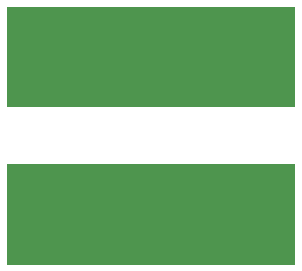
<source format=gbr>
G04 start of page 3 for group 1 idx 1 *
G04 Title: (unknown), bottom *
G04 Creator: pcb 20140316 *
G04 CreationDate: Thu 02 Jul 2020 08:46:43 PM GMT UTC *
G04 For: railfan *
G04 Format: Gerber/RS-274X *
G04 PCB-Dimensions (mil): 1000.00 900.00 *
G04 PCB-Coordinate-Origin: lower left *
%MOIN*%
%FSLAX25Y25*%
%LNBOTTOM*%
%ADD18C,0.0120*%
%ADD17C,0.0260*%
%ADD16C,0.0001*%
G54D16*G36*
X2000Y88000D02*X98000D01*
Y54500D01*
X2000D01*
Y88000D01*
G37*
G36*
Y2000D02*Y35500D01*
X98000D01*
Y2000D01*
X2000D01*
G37*
G54D17*X31500Y56500D03*
X61000Y33500D03*
G54D18*M02*

</source>
